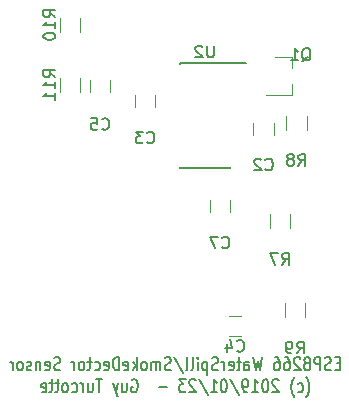
<source format=gbr>
G04 #@! TF.GenerationSoftware,KiCad,Pcbnew,(5.0.1-3-g963ef8bb5)*
G04 #@! TF.CreationDate,2019-01-23T22:51:25-05:00*
G04 #@! TF.ProjectId,WaterSpill,57617465725370696C6C2E6B69636164,rev?*
G04 #@! TF.SameCoordinates,Original*
G04 #@! TF.FileFunction,Legend,Bot*
G04 #@! TF.FilePolarity,Positive*
%FSLAX46Y46*%
G04 Gerber Fmt 4.6, Leading zero omitted, Abs format (unit mm)*
G04 Created by KiCad (PCBNEW (5.0.1-3-g963ef8bb5)) date Wednesday, January 23, 2019 at 10:51:25 pm*
%MOMM*%
%LPD*%
G01*
G04 APERTURE LIST*
%ADD10C,0.200000*%
%ADD11C,0.120000*%
%ADD12C,0.150000*%
G04 APERTURE END LIST*
D10*
X57154571Y-50196428D02*
X56854571Y-50196428D01*
X56726000Y-50772619D02*
X57154571Y-50772619D01*
X57154571Y-49672619D01*
X56726000Y-49672619D01*
X56383142Y-50720238D02*
X56254571Y-50772619D01*
X56040285Y-50772619D01*
X55954571Y-50720238D01*
X55911714Y-50667857D01*
X55868857Y-50563095D01*
X55868857Y-50458333D01*
X55911714Y-50353571D01*
X55954571Y-50301190D01*
X56040285Y-50248809D01*
X56211714Y-50196428D01*
X56297428Y-50144047D01*
X56340285Y-50091666D01*
X56383142Y-49986904D01*
X56383142Y-49882142D01*
X56340285Y-49777380D01*
X56297428Y-49725000D01*
X56211714Y-49672619D01*
X55997428Y-49672619D01*
X55868857Y-49725000D01*
X55483142Y-50772619D02*
X55483142Y-49672619D01*
X55140285Y-49672619D01*
X55054571Y-49725000D01*
X55011714Y-49777380D01*
X54968857Y-49882142D01*
X54968857Y-50039285D01*
X55011714Y-50144047D01*
X55054571Y-50196428D01*
X55140285Y-50248809D01*
X55483142Y-50248809D01*
X54454571Y-50144047D02*
X54540285Y-50091666D01*
X54583142Y-50039285D01*
X54626000Y-49934523D01*
X54626000Y-49882142D01*
X54583142Y-49777380D01*
X54540285Y-49725000D01*
X54454571Y-49672619D01*
X54283142Y-49672619D01*
X54197428Y-49725000D01*
X54154571Y-49777380D01*
X54111714Y-49882142D01*
X54111714Y-49934523D01*
X54154571Y-50039285D01*
X54197428Y-50091666D01*
X54283142Y-50144047D01*
X54454571Y-50144047D01*
X54540285Y-50196428D01*
X54583142Y-50248809D01*
X54626000Y-50353571D01*
X54626000Y-50563095D01*
X54583142Y-50667857D01*
X54540285Y-50720238D01*
X54454571Y-50772619D01*
X54283142Y-50772619D01*
X54197428Y-50720238D01*
X54154571Y-50667857D01*
X54111714Y-50563095D01*
X54111714Y-50353571D01*
X54154571Y-50248809D01*
X54197428Y-50196428D01*
X54283142Y-50144047D01*
X53768857Y-49777380D02*
X53726000Y-49725000D01*
X53640285Y-49672619D01*
X53426000Y-49672619D01*
X53340285Y-49725000D01*
X53297428Y-49777380D01*
X53254571Y-49882142D01*
X53254571Y-49986904D01*
X53297428Y-50144047D01*
X53811714Y-50772619D01*
X53254571Y-50772619D01*
X52483142Y-49672619D02*
X52654571Y-49672619D01*
X52740285Y-49725000D01*
X52783142Y-49777380D01*
X52868857Y-49934523D01*
X52911714Y-50144047D01*
X52911714Y-50563095D01*
X52868857Y-50667857D01*
X52826000Y-50720238D01*
X52740285Y-50772619D01*
X52568857Y-50772619D01*
X52483142Y-50720238D01*
X52440285Y-50667857D01*
X52397428Y-50563095D01*
X52397428Y-50301190D01*
X52440285Y-50196428D01*
X52483142Y-50144047D01*
X52568857Y-50091666D01*
X52740285Y-50091666D01*
X52826000Y-50144047D01*
X52868857Y-50196428D01*
X52911714Y-50301190D01*
X51626000Y-49672619D02*
X51797428Y-49672619D01*
X51883142Y-49725000D01*
X51926000Y-49777380D01*
X52011714Y-49934523D01*
X52054571Y-50144047D01*
X52054571Y-50563095D01*
X52011714Y-50667857D01*
X51968857Y-50720238D01*
X51883142Y-50772619D01*
X51711714Y-50772619D01*
X51626000Y-50720238D01*
X51583142Y-50667857D01*
X51540285Y-50563095D01*
X51540285Y-50301190D01*
X51583142Y-50196428D01*
X51626000Y-50144047D01*
X51711714Y-50091666D01*
X51883142Y-50091666D01*
X51968857Y-50144047D01*
X52011714Y-50196428D01*
X52054571Y-50301190D01*
X50554571Y-49672619D02*
X50340285Y-50772619D01*
X50168857Y-49986904D01*
X49997428Y-50772619D01*
X49783142Y-49672619D01*
X49054571Y-50772619D02*
X49054571Y-50196428D01*
X49097428Y-50091666D01*
X49183142Y-50039285D01*
X49354571Y-50039285D01*
X49440285Y-50091666D01*
X49054571Y-50720238D02*
X49140285Y-50772619D01*
X49354571Y-50772619D01*
X49440285Y-50720238D01*
X49483142Y-50615476D01*
X49483142Y-50510714D01*
X49440285Y-50405952D01*
X49354571Y-50353571D01*
X49140285Y-50353571D01*
X49054571Y-50301190D01*
X48754571Y-50039285D02*
X48411714Y-50039285D01*
X48626000Y-49672619D02*
X48626000Y-50615476D01*
X48583142Y-50720238D01*
X48497428Y-50772619D01*
X48411714Y-50772619D01*
X47768857Y-50720238D02*
X47854571Y-50772619D01*
X48026000Y-50772619D01*
X48111714Y-50720238D01*
X48154571Y-50615476D01*
X48154571Y-50196428D01*
X48111714Y-50091666D01*
X48026000Y-50039285D01*
X47854571Y-50039285D01*
X47768857Y-50091666D01*
X47726000Y-50196428D01*
X47726000Y-50301190D01*
X48154571Y-50405952D01*
X47340285Y-50772619D02*
X47340285Y-50039285D01*
X47340285Y-50248809D02*
X47297428Y-50144047D01*
X47254571Y-50091666D01*
X47168857Y-50039285D01*
X47083142Y-50039285D01*
X46826000Y-50720238D02*
X46697428Y-50772619D01*
X46483142Y-50772619D01*
X46397428Y-50720238D01*
X46354571Y-50667857D01*
X46311714Y-50563095D01*
X46311714Y-50458333D01*
X46354571Y-50353571D01*
X46397428Y-50301190D01*
X46483142Y-50248809D01*
X46654571Y-50196428D01*
X46740285Y-50144047D01*
X46783142Y-50091666D01*
X46826000Y-49986904D01*
X46826000Y-49882142D01*
X46783142Y-49777380D01*
X46740285Y-49725000D01*
X46654571Y-49672619D01*
X46440285Y-49672619D01*
X46311714Y-49725000D01*
X45926000Y-50039285D02*
X45926000Y-51139285D01*
X45926000Y-50091666D02*
X45840285Y-50039285D01*
X45668857Y-50039285D01*
X45583142Y-50091666D01*
X45540285Y-50144047D01*
X45497428Y-50248809D01*
X45497428Y-50563095D01*
X45540285Y-50667857D01*
X45583142Y-50720238D01*
X45668857Y-50772619D01*
X45840285Y-50772619D01*
X45926000Y-50720238D01*
X45111714Y-50772619D02*
X45111714Y-50039285D01*
X45111714Y-49672619D02*
X45154571Y-49725000D01*
X45111714Y-49777380D01*
X45068857Y-49725000D01*
X45111714Y-49672619D01*
X45111714Y-49777380D01*
X44554571Y-50772619D02*
X44640285Y-50720238D01*
X44683142Y-50615476D01*
X44683142Y-49672619D01*
X44083142Y-50772619D02*
X44168857Y-50720238D01*
X44211714Y-50615476D01*
X44211714Y-49672619D01*
X43097428Y-49620238D02*
X43868857Y-51034523D01*
X42840285Y-50720238D02*
X42711714Y-50772619D01*
X42497428Y-50772619D01*
X42411714Y-50720238D01*
X42368857Y-50667857D01*
X42326000Y-50563095D01*
X42326000Y-50458333D01*
X42368857Y-50353571D01*
X42411714Y-50301190D01*
X42497428Y-50248809D01*
X42668857Y-50196428D01*
X42754571Y-50144047D01*
X42797428Y-50091666D01*
X42840285Y-49986904D01*
X42840285Y-49882142D01*
X42797428Y-49777380D01*
X42754571Y-49725000D01*
X42668857Y-49672619D01*
X42454571Y-49672619D01*
X42326000Y-49725000D01*
X41940285Y-50772619D02*
X41940285Y-50039285D01*
X41940285Y-50144047D02*
X41897428Y-50091666D01*
X41811714Y-50039285D01*
X41683142Y-50039285D01*
X41597428Y-50091666D01*
X41554571Y-50196428D01*
X41554571Y-50772619D01*
X41554571Y-50196428D02*
X41511714Y-50091666D01*
X41426000Y-50039285D01*
X41297428Y-50039285D01*
X41211714Y-50091666D01*
X41168857Y-50196428D01*
X41168857Y-50772619D01*
X40611714Y-50772619D02*
X40697428Y-50720238D01*
X40740285Y-50667857D01*
X40783142Y-50563095D01*
X40783142Y-50248809D01*
X40740285Y-50144047D01*
X40697428Y-50091666D01*
X40611714Y-50039285D01*
X40483142Y-50039285D01*
X40397428Y-50091666D01*
X40354571Y-50144047D01*
X40311714Y-50248809D01*
X40311714Y-50563095D01*
X40354571Y-50667857D01*
X40397428Y-50720238D01*
X40483142Y-50772619D01*
X40611714Y-50772619D01*
X39926000Y-50772619D02*
X39926000Y-49672619D01*
X39840285Y-50353571D02*
X39583142Y-50772619D01*
X39583142Y-50039285D02*
X39926000Y-50458333D01*
X38854571Y-50720238D02*
X38940285Y-50772619D01*
X39111714Y-50772619D01*
X39197428Y-50720238D01*
X39240285Y-50615476D01*
X39240285Y-50196428D01*
X39197428Y-50091666D01*
X39111714Y-50039285D01*
X38940285Y-50039285D01*
X38854571Y-50091666D01*
X38811714Y-50196428D01*
X38811714Y-50301190D01*
X39240285Y-50405952D01*
X38426000Y-50772619D02*
X38426000Y-49672619D01*
X38211714Y-49672619D01*
X38083142Y-49725000D01*
X37997428Y-49829761D01*
X37954571Y-49934523D01*
X37911714Y-50144047D01*
X37911714Y-50301190D01*
X37954571Y-50510714D01*
X37997428Y-50615476D01*
X38083142Y-50720238D01*
X38211714Y-50772619D01*
X38426000Y-50772619D01*
X37183142Y-50720238D02*
X37268857Y-50772619D01*
X37440285Y-50772619D01*
X37526000Y-50720238D01*
X37568857Y-50615476D01*
X37568857Y-50196428D01*
X37526000Y-50091666D01*
X37440285Y-50039285D01*
X37268857Y-50039285D01*
X37183142Y-50091666D01*
X37140285Y-50196428D01*
X37140285Y-50301190D01*
X37568857Y-50405952D01*
X36368857Y-50720238D02*
X36454571Y-50772619D01*
X36626000Y-50772619D01*
X36711714Y-50720238D01*
X36754571Y-50667857D01*
X36797428Y-50563095D01*
X36797428Y-50248809D01*
X36754571Y-50144047D01*
X36711714Y-50091666D01*
X36626000Y-50039285D01*
X36454571Y-50039285D01*
X36368857Y-50091666D01*
X36111714Y-50039285D02*
X35768857Y-50039285D01*
X35983142Y-49672619D02*
X35983142Y-50615476D01*
X35940285Y-50720238D01*
X35854571Y-50772619D01*
X35768857Y-50772619D01*
X35340285Y-50772619D02*
X35426000Y-50720238D01*
X35468857Y-50667857D01*
X35511714Y-50563095D01*
X35511714Y-50248809D01*
X35468857Y-50144047D01*
X35426000Y-50091666D01*
X35340285Y-50039285D01*
X35211714Y-50039285D01*
X35126000Y-50091666D01*
X35083142Y-50144047D01*
X35040285Y-50248809D01*
X35040285Y-50563095D01*
X35083142Y-50667857D01*
X35126000Y-50720238D01*
X35211714Y-50772619D01*
X35340285Y-50772619D01*
X34654571Y-50772619D02*
X34654571Y-50039285D01*
X34654571Y-50248809D02*
X34611714Y-50144047D01*
X34568857Y-50091666D01*
X34483142Y-50039285D01*
X34397428Y-50039285D01*
X33454571Y-50720238D02*
X33326000Y-50772619D01*
X33111714Y-50772619D01*
X33026000Y-50720238D01*
X32983142Y-50667857D01*
X32940285Y-50563095D01*
X32940285Y-50458333D01*
X32983142Y-50353571D01*
X33026000Y-50301190D01*
X33111714Y-50248809D01*
X33283142Y-50196428D01*
X33368857Y-50144047D01*
X33411714Y-50091666D01*
X33454571Y-49986904D01*
X33454571Y-49882142D01*
X33411714Y-49777380D01*
X33368857Y-49725000D01*
X33283142Y-49672619D01*
X33068857Y-49672619D01*
X32940285Y-49725000D01*
X32211714Y-50720238D02*
X32297428Y-50772619D01*
X32468857Y-50772619D01*
X32554571Y-50720238D01*
X32597428Y-50615476D01*
X32597428Y-50196428D01*
X32554571Y-50091666D01*
X32468857Y-50039285D01*
X32297428Y-50039285D01*
X32211714Y-50091666D01*
X32168857Y-50196428D01*
X32168857Y-50301190D01*
X32597428Y-50405952D01*
X31783142Y-50039285D02*
X31783142Y-50772619D01*
X31783142Y-50144047D02*
X31740285Y-50091666D01*
X31654571Y-50039285D01*
X31526000Y-50039285D01*
X31440285Y-50091666D01*
X31397428Y-50196428D01*
X31397428Y-50772619D01*
X31011714Y-50720238D02*
X30926000Y-50772619D01*
X30754571Y-50772619D01*
X30668857Y-50720238D01*
X30626000Y-50615476D01*
X30626000Y-50563095D01*
X30668857Y-50458333D01*
X30754571Y-50405952D01*
X30883142Y-50405952D01*
X30968857Y-50353571D01*
X31011714Y-50248809D01*
X31011714Y-50196428D01*
X30968857Y-50091666D01*
X30883142Y-50039285D01*
X30754571Y-50039285D01*
X30668857Y-50091666D01*
X30111714Y-50772619D02*
X30197428Y-50720238D01*
X30240285Y-50667857D01*
X30283142Y-50563095D01*
X30283142Y-50248809D01*
X30240285Y-50144047D01*
X30197428Y-50091666D01*
X30111714Y-50039285D01*
X29983142Y-50039285D01*
X29897428Y-50091666D01*
X29854571Y-50144047D01*
X29811714Y-50248809D01*
X29811714Y-50563095D01*
X29854571Y-50667857D01*
X29897428Y-50720238D01*
X29983142Y-50772619D01*
X30111714Y-50772619D01*
X29426000Y-50772619D02*
X29426000Y-50039285D01*
X29426000Y-50248809D02*
X29383142Y-50144047D01*
X29340285Y-50091666D01*
X29254571Y-50039285D01*
X29168857Y-50039285D01*
X54304571Y-53041666D02*
X54347428Y-52989285D01*
X54433142Y-52832142D01*
X54476000Y-52727380D01*
X54518857Y-52570238D01*
X54561714Y-52308333D01*
X54561714Y-52098809D01*
X54518857Y-51836904D01*
X54476000Y-51679761D01*
X54433142Y-51575000D01*
X54347428Y-51417857D01*
X54304571Y-51365476D01*
X53576000Y-52570238D02*
X53661714Y-52622619D01*
X53833142Y-52622619D01*
X53918857Y-52570238D01*
X53961714Y-52517857D01*
X54004571Y-52413095D01*
X54004571Y-52098809D01*
X53961714Y-51994047D01*
X53918857Y-51941666D01*
X53833142Y-51889285D01*
X53661714Y-51889285D01*
X53576000Y-51941666D01*
X53276000Y-53041666D02*
X53233142Y-52989285D01*
X53147428Y-52832142D01*
X53104571Y-52727380D01*
X53061714Y-52570238D01*
X53018857Y-52308333D01*
X53018857Y-52098809D01*
X53061714Y-51836904D01*
X53104571Y-51679761D01*
X53147428Y-51575000D01*
X53233142Y-51417857D01*
X53276000Y-51365476D01*
X51947428Y-51627380D02*
X51904571Y-51575000D01*
X51818857Y-51522619D01*
X51604571Y-51522619D01*
X51518857Y-51575000D01*
X51476000Y-51627380D01*
X51433142Y-51732142D01*
X51433142Y-51836904D01*
X51476000Y-51994047D01*
X51990285Y-52622619D01*
X51433142Y-52622619D01*
X50876000Y-51522619D02*
X50790285Y-51522619D01*
X50704571Y-51575000D01*
X50661714Y-51627380D01*
X50618857Y-51732142D01*
X50576000Y-51941666D01*
X50576000Y-52203571D01*
X50618857Y-52413095D01*
X50661714Y-52517857D01*
X50704571Y-52570238D01*
X50790285Y-52622619D01*
X50876000Y-52622619D01*
X50961714Y-52570238D01*
X51004571Y-52517857D01*
X51047428Y-52413095D01*
X51090285Y-52203571D01*
X51090285Y-51941666D01*
X51047428Y-51732142D01*
X51004571Y-51627380D01*
X50961714Y-51575000D01*
X50876000Y-51522619D01*
X49718857Y-52622619D02*
X50233142Y-52622619D01*
X49976000Y-52622619D02*
X49976000Y-51522619D01*
X50061714Y-51679761D01*
X50147428Y-51784523D01*
X50233142Y-51836904D01*
X49290285Y-52622619D02*
X49118857Y-52622619D01*
X49033142Y-52570238D01*
X48990285Y-52517857D01*
X48904571Y-52360714D01*
X48861714Y-52151190D01*
X48861714Y-51732142D01*
X48904571Y-51627380D01*
X48947428Y-51575000D01*
X49033142Y-51522619D01*
X49204571Y-51522619D01*
X49290285Y-51575000D01*
X49333142Y-51627380D01*
X49376000Y-51732142D01*
X49376000Y-51994047D01*
X49333142Y-52098809D01*
X49290285Y-52151190D01*
X49204571Y-52203571D01*
X49033142Y-52203571D01*
X48947428Y-52151190D01*
X48904571Y-52098809D01*
X48861714Y-51994047D01*
X47833142Y-51470238D02*
X48604571Y-52884523D01*
X47361714Y-51522619D02*
X47276000Y-51522619D01*
X47190285Y-51575000D01*
X47147428Y-51627380D01*
X47104571Y-51732142D01*
X47061714Y-51941666D01*
X47061714Y-52203571D01*
X47104571Y-52413095D01*
X47147428Y-52517857D01*
X47190285Y-52570238D01*
X47276000Y-52622619D01*
X47361714Y-52622619D01*
X47447428Y-52570238D01*
X47490285Y-52517857D01*
X47533142Y-52413095D01*
X47576000Y-52203571D01*
X47576000Y-51941666D01*
X47533142Y-51732142D01*
X47490285Y-51627380D01*
X47447428Y-51575000D01*
X47361714Y-51522619D01*
X46204571Y-52622619D02*
X46718857Y-52622619D01*
X46461714Y-52622619D02*
X46461714Y-51522619D01*
X46547428Y-51679761D01*
X46633142Y-51784523D01*
X46718857Y-51836904D01*
X45176000Y-51470238D02*
X45947428Y-52884523D01*
X44918857Y-51627380D02*
X44876000Y-51575000D01*
X44790285Y-51522619D01*
X44576000Y-51522619D01*
X44490285Y-51575000D01*
X44447428Y-51627380D01*
X44404571Y-51732142D01*
X44404571Y-51836904D01*
X44447428Y-51994047D01*
X44961714Y-52622619D01*
X44404571Y-52622619D01*
X44104571Y-51522619D02*
X43547428Y-51522619D01*
X43847428Y-51941666D01*
X43718857Y-51941666D01*
X43633142Y-51994047D01*
X43590285Y-52046428D01*
X43547428Y-52151190D01*
X43547428Y-52413095D01*
X43590285Y-52517857D01*
X43633142Y-52570238D01*
X43718857Y-52622619D01*
X43976000Y-52622619D01*
X44061714Y-52570238D01*
X44104571Y-52517857D01*
X42476000Y-52203571D02*
X41790285Y-52203571D01*
X39518857Y-51575000D02*
X39604571Y-51522619D01*
X39733142Y-51522619D01*
X39861714Y-51575000D01*
X39947428Y-51679761D01*
X39990285Y-51784523D01*
X40033142Y-51994047D01*
X40033142Y-52151190D01*
X39990285Y-52360714D01*
X39947428Y-52465476D01*
X39861714Y-52570238D01*
X39733142Y-52622619D01*
X39647428Y-52622619D01*
X39518857Y-52570238D01*
X39476000Y-52517857D01*
X39476000Y-52151190D01*
X39647428Y-52151190D01*
X38704571Y-51889285D02*
X38704571Y-52622619D01*
X39090285Y-51889285D02*
X39090285Y-52465476D01*
X39047428Y-52570238D01*
X38961714Y-52622619D01*
X38833142Y-52622619D01*
X38747428Y-52570238D01*
X38704571Y-52517857D01*
X38361714Y-51889285D02*
X38147428Y-52622619D01*
X37933142Y-51889285D02*
X38147428Y-52622619D01*
X38233142Y-52884523D01*
X38276000Y-52936904D01*
X38361714Y-52989285D01*
X37033142Y-51522619D02*
X36518857Y-51522619D01*
X36776000Y-52622619D02*
X36776000Y-51522619D01*
X35833142Y-51889285D02*
X35833142Y-52622619D01*
X36218857Y-51889285D02*
X36218857Y-52465476D01*
X36176000Y-52570238D01*
X36090285Y-52622619D01*
X35961714Y-52622619D01*
X35876000Y-52570238D01*
X35833142Y-52517857D01*
X35404571Y-52622619D02*
X35404571Y-51889285D01*
X35404571Y-52098809D02*
X35361714Y-51994047D01*
X35318857Y-51941666D01*
X35233142Y-51889285D01*
X35147428Y-51889285D01*
X34461714Y-52570238D02*
X34547428Y-52622619D01*
X34718857Y-52622619D01*
X34804571Y-52570238D01*
X34847428Y-52517857D01*
X34890285Y-52413095D01*
X34890285Y-52098809D01*
X34847428Y-51994047D01*
X34804571Y-51941666D01*
X34718857Y-51889285D01*
X34547428Y-51889285D01*
X34461714Y-51941666D01*
X33947428Y-52622619D02*
X34033142Y-52570238D01*
X34076000Y-52517857D01*
X34118857Y-52413095D01*
X34118857Y-52098809D01*
X34076000Y-51994047D01*
X34033142Y-51941666D01*
X33947428Y-51889285D01*
X33818857Y-51889285D01*
X33733142Y-51941666D01*
X33690285Y-51994047D01*
X33647428Y-52098809D01*
X33647428Y-52413095D01*
X33690285Y-52517857D01*
X33733142Y-52570238D01*
X33818857Y-52622619D01*
X33947428Y-52622619D01*
X33390285Y-51889285D02*
X33047428Y-51889285D01*
X33261714Y-51522619D02*
X33261714Y-52465476D01*
X33218857Y-52570238D01*
X33133142Y-52622619D01*
X33047428Y-52622619D01*
X32876000Y-51889285D02*
X32533142Y-51889285D01*
X32747428Y-51522619D02*
X32747428Y-52465476D01*
X32704571Y-52570238D01*
X32618857Y-52622619D01*
X32533142Y-52622619D01*
X31890285Y-52570238D02*
X31976000Y-52622619D01*
X32147428Y-52622619D01*
X32233142Y-52570238D01*
X32276000Y-52465476D01*
X32276000Y-52046428D01*
X32233142Y-51941666D01*
X32147428Y-51889285D01*
X31976000Y-51889285D01*
X31890285Y-51941666D01*
X31847428Y-52046428D01*
X31847428Y-52151190D01*
X32276000Y-52255952D01*
D11*
G04 #@! TO.C,C2*
X51523000Y-29853000D02*
X51523000Y-30853000D01*
X49823000Y-30853000D02*
X49823000Y-29853000D01*
G04 #@! TO.C,C3*
X41490000Y-27460000D02*
X41490000Y-28460000D01*
X39790000Y-28460000D02*
X39790000Y-27460000D01*
G04 #@! TO.C,C4*
X48760000Y-47840000D02*
X47760000Y-47840000D01*
X47760000Y-46140000D02*
X48760000Y-46140000D01*
G04 #@! TO.C,C5*
X37680000Y-26190000D02*
X37680000Y-27190000D01*
X35980000Y-27190000D02*
X35980000Y-26190000D01*
G04 #@! TO.C,C7*
X46140000Y-37330000D02*
X46140000Y-36330000D01*
X47840000Y-36330000D02*
X47840000Y-37330000D01*
G04 #@! TO.C,R7*
X52950000Y-38700000D02*
X52950000Y-37500000D01*
X51190000Y-37500000D02*
X51190000Y-38700000D01*
G04 #@! TO.C,R8*
X52587000Y-29245000D02*
X52587000Y-30445000D01*
X54347000Y-30445000D02*
X54347000Y-29245000D01*
G04 #@! TO.C,R9*
X54220000Y-46240000D02*
X54220000Y-45040000D01*
X52460000Y-45040000D02*
X52460000Y-46240000D01*
G04 #@! TO.C,R10*
X33410000Y-20910000D02*
X33410000Y-22110000D01*
X35170000Y-22110000D02*
X35170000Y-20910000D01*
G04 #@! TO.C,R11*
X35170000Y-27190000D02*
X35170000Y-25990000D01*
X33410000Y-25990000D02*
X33410000Y-27190000D01*
D12*
G04 #@! TO.C,U2*
X47795000Y-24785000D02*
X49170000Y-24785000D01*
X47795000Y-33660000D02*
X43645000Y-33660000D01*
X47795000Y-24760000D02*
X43645000Y-24760000D01*
X47795000Y-33660000D02*
X47795000Y-33545000D01*
X43645000Y-33660000D02*
X43645000Y-33545000D01*
X43645000Y-24760000D02*
X43645000Y-24875000D01*
X47795000Y-24760000D02*
X47795000Y-24785000D01*
D11*
G04 #@! TO.C,Q1*
X53068000Y-24267000D02*
X53068000Y-25197000D01*
X53068000Y-27427000D02*
X53068000Y-26497000D01*
X53068000Y-27427000D02*
X50908000Y-27427000D01*
X53068000Y-24267000D02*
X51608000Y-24267000D01*
G04 #@! TO.C,C2*
D12*
X50839666Y-33758142D02*
X50887285Y-33805761D01*
X51030142Y-33853380D01*
X51125380Y-33853380D01*
X51268238Y-33805761D01*
X51363476Y-33710523D01*
X51411095Y-33615285D01*
X51458714Y-33424809D01*
X51458714Y-33281952D01*
X51411095Y-33091476D01*
X51363476Y-32996238D01*
X51268238Y-32901000D01*
X51125380Y-32853380D01*
X51030142Y-32853380D01*
X50887285Y-32901000D01*
X50839666Y-32948619D01*
X50458714Y-32948619D02*
X50411095Y-32901000D01*
X50315857Y-32853380D01*
X50077761Y-32853380D01*
X49982523Y-32901000D01*
X49934904Y-32948619D01*
X49887285Y-33043857D01*
X49887285Y-33139095D01*
X49934904Y-33281952D01*
X50506333Y-33853380D01*
X49887285Y-33853380D01*
G04 #@! TO.C,C3*
X40806666Y-31472142D02*
X40854285Y-31519761D01*
X40997142Y-31567380D01*
X41092380Y-31567380D01*
X41235238Y-31519761D01*
X41330476Y-31424523D01*
X41378095Y-31329285D01*
X41425714Y-31138809D01*
X41425714Y-30995952D01*
X41378095Y-30805476D01*
X41330476Y-30710238D01*
X41235238Y-30615000D01*
X41092380Y-30567380D01*
X40997142Y-30567380D01*
X40854285Y-30615000D01*
X40806666Y-30662619D01*
X40473333Y-30567380D02*
X39854285Y-30567380D01*
X40187619Y-30948333D01*
X40044761Y-30948333D01*
X39949523Y-30995952D01*
X39901904Y-31043571D01*
X39854285Y-31138809D01*
X39854285Y-31376904D01*
X39901904Y-31472142D01*
X39949523Y-31519761D01*
X40044761Y-31567380D01*
X40330476Y-31567380D01*
X40425714Y-31519761D01*
X40473333Y-31472142D01*
G04 #@! TO.C,C4*
X48426666Y-49097142D02*
X48474285Y-49144761D01*
X48617142Y-49192380D01*
X48712380Y-49192380D01*
X48855238Y-49144761D01*
X48950476Y-49049523D01*
X48998095Y-48954285D01*
X49045714Y-48763809D01*
X49045714Y-48620952D01*
X48998095Y-48430476D01*
X48950476Y-48335238D01*
X48855238Y-48240000D01*
X48712380Y-48192380D01*
X48617142Y-48192380D01*
X48474285Y-48240000D01*
X48426666Y-48287619D01*
X47569523Y-48525714D02*
X47569523Y-49192380D01*
X47807619Y-48144761D02*
X48045714Y-48859047D01*
X47426666Y-48859047D01*
G04 #@! TO.C,C5*
X36996666Y-30329142D02*
X37044285Y-30376761D01*
X37187142Y-30424380D01*
X37282380Y-30424380D01*
X37425238Y-30376761D01*
X37520476Y-30281523D01*
X37568095Y-30186285D01*
X37615714Y-29995809D01*
X37615714Y-29852952D01*
X37568095Y-29662476D01*
X37520476Y-29567238D01*
X37425238Y-29472000D01*
X37282380Y-29424380D01*
X37187142Y-29424380D01*
X37044285Y-29472000D01*
X36996666Y-29519619D01*
X36091904Y-29424380D02*
X36568095Y-29424380D01*
X36615714Y-29900571D01*
X36568095Y-29852952D01*
X36472857Y-29805333D01*
X36234761Y-29805333D01*
X36139523Y-29852952D01*
X36091904Y-29900571D01*
X36044285Y-29995809D01*
X36044285Y-30233904D01*
X36091904Y-30329142D01*
X36139523Y-30376761D01*
X36234761Y-30424380D01*
X36472857Y-30424380D01*
X36568095Y-30376761D01*
X36615714Y-30329142D01*
G04 #@! TO.C,C7*
X47156666Y-40362142D02*
X47204285Y-40409761D01*
X47347142Y-40457380D01*
X47442380Y-40457380D01*
X47585238Y-40409761D01*
X47680476Y-40314523D01*
X47728095Y-40219285D01*
X47775714Y-40028809D01*
X47775714Y-39885952D01*
X47728095Y-39695476D01*
X47680476Y-39600238D01*
X47585238Y-39505000D01*
X47442380Y-39457380D01*
X47347142Y-39457380D01*
X47204285Y-39505000D01*
X47156666Y-39552619D01*
X46823333Y-39457380D02*
X46156666Y-39457380D01*
X46585238Y-40457380D01*
G04 #@! TO.C,R7*
X52236666Y-41854380D02*
X52570000Y-41378190D01*
X52808095Y-41854380D02*
X52808095Y-40854380D01*
X52427142Y-40854380D01*
X52331904Y-40902000D01*
X52284285Y-40949619D01*
X52236666Y-41044857D01*
X52236666Y-41187714D01*
X52284285Y-41282952D01*
X52331904Y-41330571D01*
X52427142Y-41378190D01*
X52808095Y-41378190D01*
X51903333Y-40854380D02*
X51236666Y-40854380D01*
X51665238Y-41854380D01*
G04 #@! TO.C,R8*
X53633666Y-33472380D02*
X53967000Y-32996190D01*
X54205095Y-33472380D02*
X54205095Y-32472380D01*
X53824142Y-32472380D01*
X53728904Y-32520000D01*
X53681285Y-32567619D01*
X53633666Y-32662857D01*
X53633666Y-32805714D01*
X53681285Y-32900952D01*
X53728904Y-32948571D01*
X53824142Y-32996190D01*
X54205095Y-32996190D01*
X53062238Y-32900952D02*
X53157476Y-32853333D01*
X53205095Y-32805714D01*
X53252714Y-32710476D01*
X53252714Y-32662857D01*
X53205095Y-32567619D01*
X53157476Y-32520000D01*
X53062238Y-32472380D01*
X52871761Y-32472380D01*
X52776523Y-32520000D01*
X52728904Y-32567619D01*
X52681285Y-32662857D01*
X52681285Y-32710476D01*
X52728904Y-32805714D01*
X52776523Y-32853333D01*
X52871761Y-32900952D01*
X53062238Y-32900952D01*
X53157476Y-32948571D01*
X53205095Y-32996190D01*
X53252714Y-33091428D01*
X53252714Y-33281904D01*
X53205095Y-33377142D01*
X53157476Y-33424761D01*
X53062238Y-33472380D01*
X52871761Y-33472380D01*
X52776523Y-33424761D01*
X52728904Y-33377142D01*
X52681285Y-33281904D01*
X52681285Y-33091428D01*
X52728904Y-32996190D01*
X52776523Y-32948571D01*
X52871761Y-32900952D01*
G04 #@! TO.C,R9*
X53506666Y-49347380D02*
X53840000Y-48871190D01*
X54078095Y-49347380D02*
X54078095Y-48347380D01*
X53697142Y-48347380D01*
X53601904Y-48395000D01*
X53554285Y-48442619D01*
X53506666Y-48537857D01*
X53506666Y-48680714D01*
X53554285Y-48775952D01*
X53601904Y-48823571D01*
X53697142Y-48871190D01*
X54078095Y-48871190D01*
X53030476Y-49347380D02*
X52840000Y-49347380D01*
X52744761Y-49299761D01*
X52697142Y-49252142D01*
X52601904Y-49109285D01*
X52554285Y-48918809D01*
X52554285Y-48537857D01*
X52601904Y-48442619D01*
X52649523Y-48395000D01*
X52744761Y-48347380D01*
X52935238Y-48347380D01*
X53030476Y-48395000D01*
X53078095Y-48442619D01*
X53125714Y-48537857D01*
X53125714Y-48775952D01*
X53078095Y-48871190D01*
X53030476Y-48918809D01*
X52935238Y-48966428D01*
X52744761Y-48966428D01*
X52649523Y-48918809D01*
X52601904Y-48871190D01*
X52554285Y-48775952D01*
G04 #@! TO.C,R10*
X33042380Y-20867142D02*
X32566190Y-20533809D01*
X33042380Y-20295714D02*
X32042380Y-20295714D01*
X32042380Y-20676666D01*
X32090000Y-20771904D01*
X32137619Y-20819523D01*
X32232857Y-20867142D01*
X32375714Y-20867142D01*
X32470952Y-20819523D01*
X32518571Y-20771904D01*
X32566190Y-20676666D01*
X32566190Y-20295714D01*
X33042380Y-21819523D02*
X33042380Y-21248095D01*
X33042380Y-21533809D02*
X32042380Y-21533809D01*
X32185238Y-21438571D01*
X32280476Y-21343333D01*
X32328095Y-21248095D01*
X32042380Y-22438571D02*
X32042380Y-22533809D01*
X32090000Y-22629047D01*
X32137619Y-22676666D01*
X32232857Y-22724285D01*
X32423333Y-22771904D01*
X32661428Y-22771904D01*
X32851904Y-22724285D01*
X32947142Y-22676666D01*
X32994761Y-22629047D01*
X33042380Y-22533809D01*
X33042380Y-22438571D01*
X32994761Y-22343333D01*
X32947142Y-22295714D01*
X32851904Y-22248095D01*
X32661428Y-22200476D01*
X32423333Y-22200476D01*
X32232857Y-22248095D01*
X32137619Y-22295714D01*
X32090000Y-22343333D01*
X32042380Y-22438571D01*
G04 #@! TO.C,R11*
X33042380Y-25947142D02*
X32566190Y-25613809D01*
X33042380Y-25375714D02*
X32042380Y-25375714D01*
X32042380Y-25756666D01*
X32090000Y-25851904D01*
X32137619Y-25899523D01*
X32232857Y-25947142D01*
X32375714Y-25947142D01*
X32470952Y-25899523D01*
X32518571Y-25851904D01*
X32566190Y-25756666D01*
X32566190Y-25375714D01*
X33042380Y-26899523D02*
X33042380Y-26328095D01*
X33042380Y-26613809D02*
X32042380Y-26613809D01*
X32185238Y-26518571D01*
X32280476Y-26423333D01*
X32328095Y-26328095D01*
X33042380Y-27851904D02*
X33042380Y-27280476D01*
X33042380Y-27566190D02*
X32042380Y-27566190D01*
X32185238Y-27470952D01*
X32280476Y-27375714D01*
X32328095Y-27280476D01*
G04 #@! TO.C,U2*
X46481904Y-23287380D02*
X46481904Y-24096904D01*
X46434285Y-24192142D01*
X46386666Y-24239761D01*
X46291428Y-24287380D01*
X46100952Y-24287380D01*
X46005714Y-24239761D01*
X45958095Y-24192142D01*
X45910476Y-24096904D01*
X45910476Y-23287380D01*
X45481904Y-23382619D02*
X45434285Y-23335000D01*
X45339047Y-23287380D01*
X45100952Y-23287380D01*
X45005714Y-23335000D01*
X44958095Y-23382619D01*
X44910476Y-23477857D01*
X44910476Y-23573095D01*
X44958095Y-23715952D01*
X45529523Y-24287380D01*
X44910476Y-24287380D01*
G04 #@! TO.C,Q1*
X53927238Y-24616619D02*
X54022476Y-24569000D01*
X54117714Y-24473761D01*
X54260571Y-24330904D01*
X54355809Y-24283285D01*
X54451047Y-24283285D01*
X54403428Y-24521380D02*
X54498666Y-24473761D01*
X54593904Y-24378523D01*
X54641523Y-24188047D01*
X54641523Y-23854714D01*
X54593904Y-23664238D01*
X54498666Y-23569000D01*
X54403428Y-23521380D01*
X54212952Y-23521380D01*
X54117714Y-23569000D01*
X54022476Y-23664238D01*
X53974857Y-23854714D01*
X53974857Y-24188047D01*
X54022476Y-24378523D01*
X54117714Y-24473761D01*
X54212952Y-24521380D01*
X54403428Y-24521380D01*
X53022476Y-24521380D02*
X53593904Y-24521380D01*
X53308190Y-24521380D02*
X53308190Y-23521380D01*
X53403428Y-23664238D01*
X53498666Y-23759476D01*
X53593904Y-23807095D01*
G04 #@! TD*
M02*

</source>
